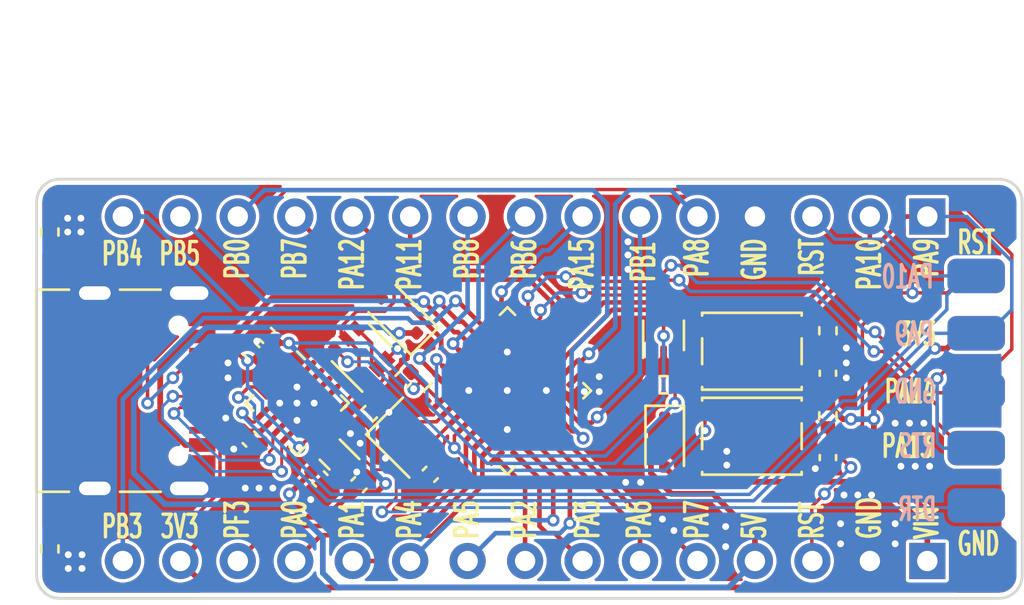
<source format=kicad_pcb>
(kicad_pcb (version 20241229) (generator "pcbnew") (generator_version "9.0")
  (layers (0 "F.Cu" signal) (2 "B.Cu" signal) (13 "F.Paste" user) (15 "B.Paste" user) (5 "F.SilkS" user "F.Silkscreen") (7 "B.SilkS" user "B.Silkscreen") (1 "F.Mask" user) (3 "B.Mask" user) (25 "Edge.Cuts" user))
  (net 0 "")
  (net 1 "+5V")
  (net 2 "VBUS")
  (net 3 "Net-(D2-A)")
  (net 4 "Net-(Q1-G)")
  (net 5 "/BOOT0")
  (net 6 "/RTS")
  (net 8 "Net-(Q2B-D)")
  (net 9 "/DTR")
  (net 10 "/NRST")
  (net 11 "GND")
  (net 12 "+3V3")
  (net 13 "/PF0")
  (net 14 "/PF1")
  (net 15 "/PF3")
  (net 16 "/PA0")
  (net 17 "/PA1")
  (net 18 "/PA2")
  (net 19 "/PA3")
  (net 20 "/PA4")
  (net 21 "/PA5")
  (net 22 "/PA6")
  (net 23 "/PA7")
  (net 24 "/PB0")
  (net 25 "/PB1")
  (net 26 "/PB2")
  (net 27 "/PA8")
  (net 28 "/PA9")
  (net 29 "/PA10")
  (net 30 "/PA11")
  (net 31 "/PA12")
  (net 32 "/PA13")
  (net 33 "/PA14")
  (net 34 "/PA15")
  (net 35 "/PB3")
  (net 36 "/PB4")
  (net 37 "/PB5")
  (net 38 "/PB6")
  (net 39 "/PB7")
  (net 40 "/PB8")
  (net 41 "Net-(U3-V3)")
  (net 42 "/USBD+")
  (net 43 "/USBD-")
  (net 49 "Net-(J1-CC1)")
  (net 51 "Net-(J1-CC2)")
  (footprint "Resistor_SMD:R_0402_1005Metric" (layer "F.Cu") (at 115.6208 66.4972 180)
    (property "Reference" "R7")
    (property "Value" "10k")
  )
  (footprint "Resistor_SMD:R_0402_1005Metric" (layer "F.Cu") (at 88.4936 73.7616 -90)
    (property "Reference" "R2")
    (property "Value" "5.1k")
  )
  (footprint "Capacitor_SMD:C_0402_1005Metric" (layer "F.Cu") (at 102.1588 70.9168 45)
    (property "Reference" "C2")
    (property "Value" "1u")
  )
  (footprint "Capacitor_SMD:C_0402_1005Metric" (layer "F.Cu") (at 102.616 67.7672 45)
    (property "Reference" "C9")
    (property "Value" "20p")
  )
  (footprint "Arduino Board:Arduino Nano" (layer "F.Cu") (at 87.9094 75.565)
    (property "Reference" "U4")
    (property "Value" "Arduino Nano")
    (fp_line (start 0 -17.145) (end 0 -0.635) (stroke (width 0.12)) (layer "Edge.Cuts"))
    (fp_line (start 1.016 -18.161) (end 42.545 -18.161) (stroke (width 0.12)) (layer "Edge.Cuts"))
    (fp_line (start 1.016 0.381) (end 42.545 0.381) (stroke (width 0.12)) (layer "Edge.Cuts"))
    (fp_line (start 43.561 -17.145) (end 43.561 -0.635) (stroke (width 0.12)) (layer "Edge.Cuts"))
    (fp_arc (start 0 -17.145) (mid 0.29758 -17.86342) (end 1.016 -18.161) (stroke (width 0.12)) (layer "Edge.Cuts"))
    (fp_arc (start 1.016 0.381) (mid 0.29758 0.08342) (end 0 -0.635) (stroke (width 0.12)) (layer "Edge.Cuts"))
    (fp_arc (start 42.545 -18.161) (mid 43.26342 -17.86342) (end 43.561 -17.145) (stroke (width 0.12)) (layer "Edge.Cuts"))
    (fp_arc (start 43.561 -0.635) (mid 43.26342 0.08342) (end 42.545 0.381) (stroke (width 0.12)) (layer "Edge.Cuts"))
  )
  (footprint "Capacitor_SMD:C_0402_1005Metric" (layer "F.Cu") (at 100.4316 70.6628 -45)
    (property "Reference" "C1")
    (property "Value" "1u")
  )
  (footprint "Package_DFN_QFN:QFN-16-1EP_3x3mm_P0.5mm_EP1.7x1.7mm" (layer "F.Cu") (at 99.425926 67.305814 -45)
    (property "Reference" "U3")
    (property "Value" "CH343P")
  )
  (footprint "Crystal:Crystal_SMD_2016-4Pin_2.0x1.6mm" (layer "F.Cu") (at 104.2416 68.834 -45)
    (property "Reference" "Y1")
    (property "Value" "24M")
  )
  (footprint "Button_Switch_SMD:SW_SPST_PTS810" (layer "F.Cu") (at 119.5246 65.0158 180)
    (property "Reference" "SW1")
    (property "Value" "SW_Push")
  )
  (footprint "Capacitor_SMD:C_0402_1005Metric" (layer "F.Cu") (at 98.0948 64.3128 135)
    (property "Reference" "C8")
    (property "Value" "1u")
  )
  (footprint "Connector_USB:USB_C_Receptacle_Palconn_UTC16-G" (layer "F.Cu") (at 92.721399 66.762 -90)
    (property "Reference" "J1")
    (property "Value" "USB_C_Receptacle_USB2.0")
  )
  (footprint "Capacitor_SMD:C_0402_1005Metric" (layer "F.Cu") (at 97.348989 68.900989 -45)
    (property "Reference" "C6")
    (property "Value" "0.1u")
  )
  (footprint "Resistor_SMD:R_0402_1005Metric" (layer "F.Cu") (at 122.8852 64.1096 -90)
    (property "Reference" "R4")
    (property "Value" "10k")
  )
  (footprint "Package_DFN_QFN:QFN-32-1EP_5x5mm_P0.5mm_EP3.1x3.1mm" (layer "F.Cu") (at 108.720847 66.762 45)
    (property "Reference" "U2")
    (property "Value" "PY32F030K2xU")
  )
  (footprint "Diode_SMD:D_SOD-323F" (layer "F.Cu") (at 115.6716 69.0372 -90)
    (property "Reference" "D2")
    (property "Value" "SS14")
  )
  (footprint "Package_DFN_QFN:UDFN-4-1EP_1x1mm_P0.65mm_EP0.48x0.48mm" (layer "F.Cu") (at 101.297247 69.798828 135)
    (property "Reference" "U1")
    (property "Value" "ME6211CxxU4AG")
  )
  (footprint "Diode_SMD:D_SOD-323F" (layer "F.Cu") (at 103.920983 63.433383 135)
    (property "Reference" "D1")
    (property "Value" "SS14")
  )
  (footprint "Button_Switch_SMD:SW_SPST_PTS810" (layer "F.Cu") (at 119.5246 68.775 180)
    (property "Reference" "SW2")
    (property "Value" "SW_Push")
  )
  (footprint "Resistor_SMD:R_0402_1005Metric" (layer "F.Cu") (at 88.4936 59.7408 90)
    (property "Reference" "R1")
    (property "Value" "5.1k")
  )
  (footprint "Resistor_SMD:R_0402_1005Metric" (layer "F.Cu") (at 122.8852 67.8708 -90)
    (property "Reference" "R3")
    (property "Value" "10k")
  )
  (footprint "Capacitor_SMD:C_0402_1005Metric" (layer "F.Cu") (at 97.418211 65.007811 135)
    (property "Reference" "C7")
    (property "Value" "1u")
  )
  (footprint "Package_TO_SOT_SMD:SOT-523" (layer "F.Cu") (at 115.6208 64.3128 90)
    (property "Reference" "Q1")
    (property "Value" "AO3401A")
  )
  (footprint "Capacitor_SMD:C_0402_1005Metric" (layer "F.Cu") (at 105.3084 70.4596 -135)
    (property "Reference" "C10")
    (property "Value" "20p")
  )
  (footprint "Capacitor_SMD:C_0402_1005Metric" (layer "F.Cu") (at 122.8852 69.7204 -90)
    (property "Reference" "C4")
    (property "Value" "1u")
  )
  (footprint "AirM2M:DAPLink-port" (layer "F.Cu") (at 129.4384 71.842 90)
    (property "Reference" "J2" (hide yes))
    (property "Value" "DAPLINK")
  )
  (footprint "Capacitor_SMD:C_0402_1005Metric" (layer "F.Cu") (at 122.8852 65.9892 -90)
    (property "Reference" "C5")
    (property "Value" "1u")
  )
  (footprint "Capacitor_SMD:C_0402_1005Metric" (layer "F.Cu") (at 104.105389 66.277811 45)
    (property "Reference" "C3")
    (property "Value" "0.1u")
  )
  (footprint "Package_TO_SOT_SMD:SOT-363_SC-70-6" (layer "F.Cu") (at 102.274171 65.134532 135)
    (property "Reference" "Q2")
    (property "Value" "2N7002DW")
  )
  (gr_text "3V3\n" (at 127.762 64.262 0) (layer "F.SilkS") (effects (font (size 1 0.6)) (justify right)))
  (gr_text "PB5" (at 94.234 60.706 0) (layer "F.SilkS") (effects (font (size 1 0.6))))
  (gr_text "GND" (at 119.634 59.944 90) (layer "F.SilkS") (effects (font (size 1 0.6)) (justify right)))
  (gr_text "PA8" (at 117.094 59.944 90) (layer "F.SilkS") (effects (font (size 1 0.6)) (justify right)))
  (gr_text "PA12" (at 101.854 59.944 90) (layer "F.SilkS") (effects (font (size 1 0.6)) (justify right)))
  (gr_text "PB7" (at 99.314 59.944 90) (layer "F.SilkS") (effects (font (size 1 0.6)) (justify right)))
  (gr_text "PB1" (at 114.7318 60.071 90) (layer "F.SilkS") (effects (font (size 1 0.6)) (justify right)))
  (gr_text "PA6" (at 114.554 73.406 90) (layer "F.SilkS") (effects (font (size 1 0.6)) (justify left)))
  (gr_text "PB0" (at 96.774 59.944 90) (layer "F.SilkS") (effects (font (size 1 0.6)) (justify right)))
  (gr_text "GND" (at 124.714 73.406 90) (layer "F.SilkS") (effects (font (size 1 0.6)) (justify left)))
  (gr_text "5V" (at 119.634 73.406 90) (layer "F.SilkS") (effects (font (size 1 0.6)) (justify left)))
  (gr_text "PA0" (at 99.314 73.406 90) (layer "F.SilkS") (effects (font (size 1 0.6)) (justify left)))
  (gr_text "PB8" (at 106.934 59.944 90) (layer "F.SilkS") (effects (font (size 1 0.6)) (justify right)))
  (gr_text "PA5" (at 106.934 73.406 90) (layer "F.SilkS") (effects (font (size 1 0.6)) (justify left)))
  (gr_text "PA14\n" (at 127.762 66.802 0) (layer "F.SilkS") (effects (font (size 1 0.6)) (justify right)))
  (gr_text "PB6" (at 109.474 59.944 90) (layer "F.SilkS") (effects (font (size 1 0.6)) (justify right)))
  (gr_text "PA9" (at 127.254 59.944 90) (layer "F.SilkS") (effects (font (size 1 0.6)) (justify right)))
  (gr_text "GND" (at 129.54 73.533 0) (layer "F.SilkS") (effects (font (size 1 0.6))))
  (gr_text "RST" (at 128.524 60.198 0) (layer "F.SilkS") (effects (font (size 1 0.6)) (justify left)))
  (gr_text "PA15" (at 112.014 59.944 90) (layer "F.SilkS") (effects (font (size 1 0.6)) (justify right)))
  (gr_text "RST" (at 122.174 59.944 90) (layer "F.SilkS") (effects (font (size 1 0.6)) (justify right)))
  (gr_text "RST" (at 122.174 73.406 90) (layer "F.SilkS") (effects (font (size 1 0.6)) (justify left)))
  (gr_text "PA2" (at 109.474 73.406 90) (layer "F.SilkS") (effects (font (size 1 0.6)) (justify left)))
  (gr_text "PA11" (at 104.394 59.944 90) (layer "F.SilkS") (effects (font (size 1 0.6)) (justify right)))
  (gr_text "PA13" (at 127.635 69.215 0) (layer "F.SilkS") (effects (font (size 1 0.6)) (justify right)))
  (gr_text "PA7" (at 117.094 73.406 90) (layer "F.SilkS") (effects (font (size 1 0.6)) (justify left)))
  (gr_text "PA4" (at 104.394 73.406 90) (layer "F.SilkS") (effects (font (size 1 0.6)) (justify left)))
  (gr_text "PF3" (at 96.774 73.406 90) (layer "F.SilkS") (effects (font (size 1 0.6)) (justify left)))
  (gr_text "PA3" (at 112.268 73.406 90) (layer "F.SilkS") (effects (font (size 1 0.6)) (justify left)))
  (gr_text "VIN" (at 127.254 73.406 90) (layer "F.SilkS") (effects (font (size 1 0.6)) (justify left)))
  (gr_text "3V3" (at 94.234 72.771 0) (layer "F.SilkS") (effects (font (size 1 0.6))))
  (gr_text "PA10" (at 124.714 59.944 90) (layer "F.SilkS") (effects (font (size 1 0.6)) (justify right)))
  (gr_text "PB4" (at 91.694 60.706 0) (layer "F.SilkS") (effects (font (size 1 0.6))))
  (gr_text "PA1" (at 101.854 73.406 90) (layer "F.SilkS") (effects (font (size 1 0.6)) (justify left)))
  (gr_text "PB3" (at 91.694 72.771 0) (layer "F.SilkS") (effects (font (size 1 0.6))))
  (gr_text "PA9" (at 127.635 64.262 0) (layer "B.SilkS") (effects (font (size 1 0.6)) (justify left mirror)))
  (gr_text "DTR" (at 127.762 72.009 0) (layer "B.SilkS") (effects (font (size 1 0.6)) (justify left mirror)))
  (gr_text "GND" (at 127.762 66.802 0) (layer "B.SilkS") (effects (font (size 1 0.6)) (justify left mirror)))
  (gr_text "RTS" (at 127.762 69.215 0) (layer "B.SilkS") (effects (font (size 1 0.6)) (justify left mirror)))
  (gr_text "PA10" (at 127.635 61.722 0) (layer "B.SilkS") (effects (font (size 1 0.6)) (justify left mirror)))
  (segment (start 117.8052 71.3232) (end 119.6594 73.1774) (width 0.254) (layer "F.Cu") (net 1))
  (segment (start 115.6716 67.9372) (end 115.062 68.5468) (width 0.254) (layer "F.Cu") (net 1))
  (segment (start 100.920894 69.187181) (end 101.145219 69.187181) (width 0.254) (layer "F.Cu") (net 1))
  (segment (start 115.9764 71.3232) (end 117.8052 71.3232) (width 0.254) (layer "F.Cu") (net 1))
  (segment (start 115.062 68.5468) (end 115.062 70.4088) (width 0.254) (layer "F.Cu") (net 1))
  (segment (start 115.062 70.4088) (end 115.9764 71.3232) (width 0.254) (layer "F.Cu") (net 1))
  (segment (start 99.219378 71.1962) (end 100.092189 70.323389) (width 0.254) (layer "F.Cu") (net 1))
  (segment (start 99.2124 71.1962) (end 99.219378 71.1962) (width 0.254) (layer "F.Cu") (net 1))
  (segment (start 100.6856 69.422475) (end 100.920894 69.187181) (width 0.254) (layer "F.Cu") (net 1))
  (segment (start 103.943728 64.2112) (end 104.6988 64.2112) (width 0.254) (layer "F.Cu") (net 1))
  (segment (start 119.6594 73.1774) (end 119.6594 74.295) (width 0.254) (layer "F.Cu") (net 1))
  (segment (start 100.092189 70.240211) (end 100.6856 69.6468) (width 0.254) (layer "F.Cu") (net 1))
  (segment (start 100.6856 69.6468) (end 100.6856 69.422475) (width 0.254) (layer "F.Cu") (net 1))
  (segment (start 99.0854 71.3232) (end 99.2124 71.1962) (width 0.254) (layer "F.Cu") (net 1))
  (segment (start 103.93921 64.215718) (end 103.943728 64.2112) (width 0.254) (layer "F.Cu") (net 1))
  (via (at 103.93921 64.215718) (size 0.5588) (drill 0.3048) (layers "F.Cu" "B.Cu") (net 1))
  (via (at 99.0854 71.3232) (size 0.5588) (drill 0.3048) (layers "F.Cu" "B.Cu") (net 1))
  (segment (start 99.0854 71.3232) (end 99.0854 71.7804) (width 0.254) (layer "B.Cu") (net 1))
  (segment (start 100.5586 73.2536) (end 99.091 71.786) (width 0.254) (layer "B.Cu") (net 1))
  (segment (start 103.5304 64.2112) (end 103.2764 63.9572) (width 0.254) (layer "B.Cu") (net 1))
  (segment (start 103.934692 64.2112) (end 103.5304 64.2112) (width 0.254) (layer "B.Cu") (net 1))
  (segment (start 103.93921 64.215718) (end 103.934692 64.2112) (width 0.254) (layer "B.Cu") (net 1))
  (segment (start 95.397294 63.9572) (end 92.202 67.152494) (width 0.254) (layer "B.Cu") (net 1))
  (segment (start 101.1936 75.4634) (end 100.5586 74.8284) (width 0.254) (layer "B.Cu") (net 1))
  (segment (start 93.5792 71.786) (end 99.0798 71.786) (width 0.254) (layer "B.Cu") (net 1))
  (segment (start 118.491 75.4634) (end 101.1936 75.4634) (width 0.254) (layer "B.Cu") (net 1))
  (segment (start 119.6594 74.295) (end 118.491 75.4634) (width 0.254) (layer "B.Cu") (net 1))
  (segment (start 100.5586 74.8284) (end 100.5586 73.2536) (width 0.254) (layer "B.Cu") (net 1))
  (segment (start 92.202 70.4088) (end 93.5792 71.786) (width 0.254) (layer "B.Cu") (net 1))
  (segment (start 92.202 67.152494) (end 92.202 70.4088) (width 0.254) (layer "B.Cu") (net 1))
  (segment (start 99.091 71.786) (end 99.0798 71.786) (width 0.254) (layer "B.Cu") (net 1))
  (segment (start 103.2764 63.9572) (end 95.397294 63.9572) (width 0.254) (layer "B.Cu") (net 1))
  (segment (start 99.0854 71.7804) (end 99.0798 71.786) (width 0.254) (layer "B.Cu") (net 1))
  (segment (start 98.215006 66.448447) (end 97.757622 65.991063) (width 0.1524) (layer "F.Cu") (net 2))
  (segment (start 97.757622 65.347222) (end 97.031848 65.347222) (width 0.1524) (layer "F.Cu") (net 2))
  (segment (start 96.4184 64.733774) (end 96.4184 64.362) (width 0.1524) (layer "F.Cu") (net 2))
  (segment (start 97.031848 65.347222) (end 96.4184 64.733774) (width 0.1524) (layer "F.Cu") (net 2))
  (segment (start 93.3704 68.049142) (end 93.3704 65.634999) (width 0.254) (layer "F.Cu") (net 2))
  (segment (start 99.912712 68.870288) (end 99.92974 68.870288) (width 0.1524) (layer "F.Cu") (net 2))
  (segment (start 99.51555 69.26745) (end 99.912712 68.870288) (width 0.1524) (layer "F.Cu") (net 2))
  (segment (start 94.483258 69.162) (end 93.3704 68.049142) (width 0.254) (layer "F.Cu") (net 2))
  (segment (start 94.643399 64.362) (end 95.231399 64.362) (width 0.254) (layer "F.Cu") (net 2))
  (segment (start 96.4184 64.362) (end 96.611588 64.362) (width 0.254) (layer "F.Cu") (net 2))
  (segment (start 97.757622 65.991063) (end 97.757622 65.347222) (width 0.1524) (layer "F.Cu") (net 2))
  (segment (start 96.611588 64.362) (end 98.318022 62.655566) (width 0.254) (layer "F.Cu") (net 2))
  (segment (start 93.3704 65.634999) (end 94.643399 64.362) (width 0.254) (layer "F.Cu") (net 2))
  (segment (start 98.318022 62.655566) (end 103.143166 62.655566) (width 0.254) (layer "F.Cu") (net 2))
  (segment (start 95.231399 64.362) (end 96.4184 64.362) (width 0.254) (layer "F.Cu") (net 2))
  (segment (start 95.231399 69.162) (end 94.483258 69.162) (width 0.254) (layer "F.Cu") (net 2))
  (via (at 99.51555 69.26745) (size 0.5588) (drill 0.3048) (layers "F.Cu" "B.Cu") (net 2))
  (via (at 97.2312 65.4304) (size 0.5588) (drill 0.3048) (layers "F.Cu" "B.Cu") (net 2))
  (segment (start 97.8916 67.2338) (end 97.2312 66.5734) (width 0.1524) (layer "B.Cu") (net 2))
  (segment (start 97.8916 67.6435) (end 97.8916 67.2338) (width 0.1524) (layer "B.Cu") (net 2))
  (segment (start 99.51555 69.26745) (end 97.8916 67.6435) (width 0.1524) (layer "B.Cu") (net 2))
  (segment (start 97.2312 66.5734) (end 97.2312 65.4304) (width 0.1524) (layer "B.Cu") (net 2))
  (segment (start 125.1966 70.7898) (end 127.2794 72.8726) (width 0.254) (layer "F.Cu") (net 3))
  (segment (start 116.3242 70.7898) (end 125.1966 70.7898) (width 0.254) (layer "F.Cu") (net 3))
  (segment (start 115.6716 70.1372) (end 116.3242 70.7898) (width 0.254) (layer "F.Cu") (net 3))
  (segment (start 127.2794 72.8726) (end 127.2794 74.295) (width 0.254) (layer "F.Cu") (net 3))
  (segment (start 115.1208 66.4872) (end 115.1208 64.9578) (width 0.1524) (layer "F.Cu") (net 4))
  (segment (start 121.7258 63.9408) (end 122.4046 64.6196) (width 0.1524) (layer "F.Cu") (net 5))
  (segment (start 122.4046 64.6196) (end 122.8852 64.6196) (width 0.1524) (layer "F.Cu") (net 5))
  (segment (start 105.582675 65.391595) (end 105.582675 65.380281) (width 0.1524) (layer "F.Cu") (net 5))
  (segment (start 115.6208 63.6678) (end 116.449 63.6678) (width 0.1524) (layer "F.Cu") (net 5))
  (segment (start 121.5996 63.9408) (end 121.7258 63.9408) (width 0.1524) (layer "F.Cu") (net 5))
  (segment (start 115.6208 64.3382) (end 115.6208 63.6678) (width 0.1524) (layer "F.Cu") (net 5))
  (segment (start 116.449 63.6678) (end 116.722 63.9408) (width 0.1524) (layer "F.Cu") (net 5))
  (segment (start 106.113391 65.922311) (end 105.582675 65.391595) (width 0.1524) (layer "F.Cu") (net 5))
  (segment (start 122.8852 64.6196) (end 122.8852 65.5092) (width 0.1524) (layer "F.Cu") (net 5))
  (segment (start 117.4496 63.9408) (end 121.5996 63.9408) (width 0.1524) (layer "F.Cu") (net 5))
  (segment (start 116.722 63.9408) (end 117.4496 63.9408) (width 0.1524) (layer "F.Cu") (net 5))
  (via (at 115.6208 64.3382) (size 0.5588) (drill 0.3048) (layers "F.Cu" "B.Cu") (net 5))
  (via (at 105.582675 65.380281) (size 0.5588) (drill 0.3048) (layers "F.Cu" "B.Cu") (net 5))
  (segment (start 115.6208 64.3382) (end 115.6208 67.0814) (width 0.1524) (layer "B.Cu") (net 5))
  (segment (start 108.0008 69.6468) (end 105.582675 67.228675) (width 0.1524) (layer "B.Cu") (net 5))
  (segment (start 113.0554 69.6468) (end 108.0008 69.6468) (width 0.1524) (layer "B.Cu") (net 5))
  (segment (start 105.582675 67.228675) (end 105.582675 65.380281) (width 0.1524) (layer "B.Cu") (net 5))
  (segment (start 115.6208 67.0814) (end 113.0554 69.6468) (width 0.1524) (layer "B.Cu") (net 5))
  (segment (start 103.3018 63.246) (end 102.0572 63.246) (width 0.1524) (layer "F.Cu") (net 6))
  (segment (start 100.9904 66.802) (end 101.854 65.9384) (width 0.1524) (layer "F.Cu") (net 6))
  (segment (start 102.486303 66.265903) (end 102.1588 65.9384) (width 0.1524) (layer "F.Cu") (net 6))
  (segment (start 127.70955 66.21945) (end 128.397 65.532) (width 0.1524) (layer "F.Cu") (net 6))
  (segment (start 98.9584 57.8612) (end 98.2218 58.5978) (width 0.1524) (layer "F.Cu") (net 6))
  (segment (start 128.143 57.8612) (end 98.9584 57.8612) (width 0.1524) (layer "F.Cu") (net 6))
  (segment (start 131.0132 64.9224) (end 131.0132 60.7314) (width 0.1524) (layer "F.Cu") (net 6))
  (segment (start 128.397 65.532) (end 130.4036 65.532) (width 0.1524) (layer "F.Cu") (net 6))
  (segment (start 103.7082 62.4586) (end 103.7082 62.8396) (width 0.1524) (layer "F.Cu") (net 6))
  (segment (start 101.37261 63.93059) (end 101.37261 64.232971) (width 0.1524) (layer "F.Cu") (net 6))
  (segment (start 102.1588 65.019161) (end 101.60242 64.462781) (width 0.1524) (layer "F.Cu") (net 6))
  (segment (start 98.2218 59.5376) (end 99.5172 60.833) (width 0.1524) (layer "F.Cu") (net 6))
  (segment (start 102.1588 65.9384) (end 102.1588 65.019161) (width 0.1524) (layer "F.Cu") (net 6))
  (segment (start 130.4036 65.532) (end 131.0132 64.9224) (width 0.1524) (layer "F.Cu") (net 6))
  (segment (start 101.854 65.9384) (end 102.1588 65.9384) (width 0.1524) (layer "F.Cu") (net 6))
  (segment (start 103.7082 62.8396) (end 103.3018 63.246) (width 0.1524) (layer "F.Cu") (net 6))
  (segment (start 99.5172 60.833) (end 102.0826 60.833) (width 0.1524) (layer "F.Cu") (net 6))
  (segment (start 131.0132 60.7314) (end 128.143 57.8612) (width 0.1524) (layer "F.Cu") (net 6))
  (segment (start 98.2218 58.5978) (end 98.2218 59.5376) (width 0.1524) (layer "F.Cu") (net 6))
  (segment (start 102.0826 60.833) (end 103.7082 62.4586) (width 0.1524) (layer "F.Cu") (net 6))
  (segment (start 101.37261 64.232971) (end 101.60242 64.462781) (width 0.1524) (layer "F.Cu") (net 6))
  (segment (start 102.0572 63.246) (end 101.37261 63.93059) (width 0.1524) (layer "F.Cu") (net 6))
  (via (at 127.70955 66.21945) (size 0.5588) (drill 0.3048) (layers "F.Cu" "B.Cu") (net 6))
  (segment (start 127.9652 69.302) (end 129.4384 69.302) (width 0.1524) (layer "B.Cu") (net 6))
  (segment (start 127.7112 69.048) (end 127.9652 69.302) (width 0.1524) (layer "B.Cu") (net 6))
  (segment (start 127.70955 66.21945) (end 127.7112 66.2211) (width 0.1524) (layer "B.Cu") (net 6))
  (segment (start 127.7112 66.2211) (end 127.7112 69.048) (width 0.1524) (layer "B.Cu") (net 6))
  (segment (start 103.410936 65.346664) (end 103.405542 65.346664) (width 0.1524) (layer "F.Cu") (net 8))
  (segment (start 116.1288 67.31) (end 116.1288 66.4992) (width 0.1524) (layer "F.Cu") (net 8))
  (segment (start 103.8606 64.897) (end 103.410936 65.346664) (width 0.1524) (layer "F.Cu") (net 8))
  (via (at 116.1288 67.31) (size 0.5588) (drill 0.3048) (layers "F.Cu" "B.Cu") (net 8))
  (via (at 103.8606 64.897) (size 0.5588) (drill 0.3048) (layers "F.Cu" "B.Cu") (net 8))
  (segment (start 104.14 65.4558) (end 105.156 66.4718) (width 0.1524) (layer "B.Cu") (net 8))
  (segment (start 103.8606 64.897) (end 104.14 65.1764) (width 0.1524) (layer "B.Cu") (net 8))
  (segment (start 113.4618 69.977) (end 116.1288 67.31) (width 0.1524) (layer "B.Cu") (net 8))
  (segment (start 104.14 65.1764) (end 104.14 65.4558) (width 0.1524) (layer "B.Cu") (net 8))
  (segment (start 105.156 66.4718) (end 105.156 67.31) (width 0.1524) (layer "B.Cu") (net 8))
  (segment (start 107.823 69.977) (end 113.4618 69.977) (width 0.1524) (layer "B.Cu") (net 8))
  (segment (start 105.156 67.31) (end 107.823 69.977) (width 0.1524) (layer "B.Cu") (net 8))
  (segment (start 103.4288 70.2564) (end 102.84261 70.2564) (width 0.127) (layer "F.Cu") (net 9))
  (segment (start 101.998028 66.802) (end 102.452188 66.802) (width 0.1524) (layer "F.Cu") (net 9))
  (segment (start 102.490522 66.840334) (end 102.65886 66.840334) (width 0.1524) (layer "F.Cu") (net 9))
  (segment (start 103.803156 70.630756) (end 103.4288 70.2564) (width 0.127) (layer "F.Cu") (net 9))
  (segment (start 102.716112 65.576473) (end 102.716112 64.657234) (width 0.1524) (layer "F.Cu") (net 9))
  (segment (start 103.2256 66.273594) (end 103.2256 66.085961) (width 0.1524) (layer "F.Cu") (net 9))
  (segment (start 101.2952 68.853018) (end 101.2952 68.114428) (width 0.127) (layer "F.Cu") (net 9))
  (segment (start 102.452188 66.802) (end 102.490522 66.840334) (width 0.1524) (layer "F.Cu") (net 9))
  (segment (start 102.076282 69.6341) (end 101.2952 68.853018) (width 0.127) (layer "F.Cu") (net 9))
  (segment (start 103.2256 66.085961) (end 102.945922 65.806283) (width 0.1524) (layer "F.Cu") (net 9))
  (segment (start 103.803156 71.495022) (end 103.803156 70.630756) (width 0.127) (layer "F.Cu") (net 9))
  (segment (start 101.2952 68.114428) (end 100.9904 67.809628) (width 0.127) (layer "F.Cu") (net 9))
  (segment (start 102.22031 69.6341) (end 102.076282 69.6341) (width 0.127) (layer "F.Cu") (net 9))
  (segment (start 102.716112 64.657234) (end 102.062039 64.003161) (width 0.1524) (layer "F.Cu") (net 9))
  (segment (start 102.65886 66.840334) (end 103.2256 66.273594) (width 0.1524) (layer "F.Cu") (net 9))
  (segment (start 102.84261 70.2564) (end 102.22031 69.6341) (width 0.127) (layer "F.Cu") (net 9))
  (segment (start 100.9904 67.809628) (end 101.998028 66.802) (width 0.1524) (layer "F.Cu") (net 9))
  (segment (start 103.1748 72.123378) (end 103.803156 71.495022) (width 0.127) (layer "F.Cu") (net 9))
  (segment (start 102.945922 65.806283) (end 102.716112 65.576473) (width 0.1524) (layer "F.Cu") (net 9))
  (via (at 103.1748 72.123378) (size 0.5588) (drill 0.3048) (layers "F.Cu" "B.Cu") (net 9))
  (segment (start 104.3686 71.9328) (end 129.3476 71.9328) (width 0.127) (layer "B.Cu") (net 9))
  (segment (start 104.178022 72.123378) (end 104.3686 71.9328) (width 0.127) (layer "B.Cu") (net 9))
  (segment (start 103.1748 72.123378) (end 104.178022 72.123378) (width 0.127) (layer "B.Cu") (net 9))
  (segment (start 128.9196 61.682) (end 129.4384 61.682) (width 0.1524) (layer "F.Cu") (net 10))
  (segment (start 123.9012 70.1548) (end 122.9868 69.2404) (width 0.1524) (layer "F.Cu") (net 10))
  (segment (start 122.174 74.2696) (end 122.174 71.882) (width 0.1524) (layer "F.Cu") (net 10))
  (segment (start 122.8852 68.3808) (end 122.8852 69.2404) (width 0.1524) (layer "F.Cu") (net 10))
  (segment (start 122.1994 74.295) (end 122.174 74.2696) (width 0.1524) (layer "F.Cu") (net 10))
  (segment (start 121.5996 67.7) (end 122.2044 67.7) (width 0.1524) (layer "F.Cu") (net 10))
  (segment (start 126.619 62.4332) (end 125.8316 62.4332) (width 0.1524) (layer "F.Cu") (net 10))
  (segment (start 122.9868 69.2404) (end 122.8852 69.2404) (width 0.1524) (layer "F.Cu") (net 10))
  (segment (start 125.8316 62.4332) (end 124.4092 63.8556) (width 0.1524) (layer "F.Cu") (net 10))
  (segment (start 106.820498 68.308796) (end 106.3752 68.754094) (width 0.1524) (layer "F.Cu") (net 10))
  (segment (start 124.4092 63.8556) (end 124.4092 68.2752) (width 0.1524) (layer "F.Cu") (net 10))
  (segment (start 117.4496 67.7) (end 121.5996 67.7) (width 0.1524) (layer "F.Cu") (net 10))
  (segment (start 106.3752 68.754094) (end 106.3752 69.2912) (width 0.1524) (layer "F.Cu") (net 10))
  (segment (start 117.4496 67.7) (end 117.4496 68.5292) (width 0.1524) (layer "F.Cu") (net 10))
  (segment (start 101.1428 64.9732) (end 101.6508 65.4812) (width 0.127) (layer "F.Cu") (net 10))
  (segment (start 122.2044 67.7) (end 122.8852 68.3808) (width 0.1524) (layer "F.Cu") (net 10))
  (segment (start 124.4092 68.2752) (end 124.1552 68.5292) (width 0.1524) (layer "F.Cu") (net 10))
  (segment (start 122.174 71.882) (end 122.7328 71.3232) (width 0.1524) (layer "F.Cu") (net 10))
  (segment (start 124.1552 68.5292) (end 123.0336 68.5292) (width 0.1524) (layer "F.Cu") (net 10))
  (segment (start 126.619 62.4332) (end 128.1684 62.4332) (width 0.1524) (layer "F.Cu") (net 10))
  (segment (start 128.1684 62.4332) (end 128.9196 61.682) (width 0.1524) (layer "F.Cu") (net 10))
  (via (at 106.3752 69.2912) (size 0.5588) (drill 0.3048) (layers "F.Cu" "B.Cu") (net 10))
  (via (at 122.7328 71.3232) (size 0.5588) (drill 0.3048) (layers "F.Cu" "B.Cu") (net 10))
  (via (at 101.6508 65.4812) (size 0.5588) (drill 0.3048) (layers "F.Cu" "B.Cu") (net 10))
  (via (at 126.619 62.4332) (size 0.5588) (drill 0.3048) (layers "F.Cu" "B.Cu") (net 10))
  (via (at 117.4496 68.5292) (size 0.5588) (drill 0.3048) (layers "F.Cu" "B.Cu") (net 10))
  (via (at 123.9012 70.1548) (size 0.5588) (drill 0.3048) (layers "F.Cu" "B.Cu") (net 10))
  (segment (start 101.6508 65.4812) (end 102.5652 65.4812) (width 0.127) (layer "B.Cu") (net 10))
  (segment (start 102.5652 65.4812) (end 106.3752 69.2912) (width 0.127) (layer "B.Cu") (net 10))
  (segment (start 117.4496 68.5292) (end 115.697 70.2818) (width 0.1524) (layer "B.Cu") (net 10))
  (segment (start 126.619 62.4332) (end 126.619 61.3918) (width 0.1524) (layer "B.Cu") (net 10))
  (segment (start 115.697 70.2818) (end 107.3658 70.2818) (width 0.1524) (layer "B.Cu") (net 10))
  (segment (start 107.3658 70.2818) (end 106.3752 69.2912) (width 0.1524) (layer "B.Cu") (net 10))
  (segment (start 123.2026 60.0582) (end 122.1994 59.055) (width 0.1524) (layer "B.Cu") (net 10))
  (segment (start 125.2854 60.0582) (end 123.2026 60.0582) (width 0.1524) (layer "B.Cu") (net 10))
  (segment (start 122.7328 71.3232) (end 123.9012 70.1548) (width 0.1524) (layer "B.Cu") (net 10))
  (segment (start 126.619 61.3918) (end 125.2854 60.0582) (width 0.1524) (layer "B.Cu") (net 10))
  (segment (start 103.765978 66.617222) (end 103.4669 66.9163) (width 0.254) (layer "F.Cu") (net 11))
  (segment (start 103.4669 66.9163) (end 103.4669 66.967099) (width 0.254) (layer "F.Cu") (net 11))
  (via (at 99.4156 68.072) (size 0.5588) (drill 0.3048) (layers "F.Cu" "B.Cu") (net 11))
  (via (at 118.4148 69.4436) (size 0.5588) (drill 0.3048) (layers "F.Cu" "B.Cu") (net 11))
  (via (at 114.046 60.7568) (size 0.5588) (drill 0.3048) (layers "F.Cu" "B.Cu") (net 11))
  (via (at 89.281 59.7408) (size 0.5588) (drill 0.3048) (layers "F.Cu" "B.Cu") (net 11))
  (via (at 112.776 66.1416) (size 0.5588) (drill 0.3048) (layers "F.Cu" "B.Cu") (net 11))
  (via (at 100.1776 67.31) (size 0.5588) (drill 0.3048) (layers "F.Cu" "B.Cu") (net 11))
  (via (at 89.3064 74.0156) (size 0.5588) (drill 0.3048) (layers "F.Cu" "B.Cu") (net 11))
  (via (at 89.916 74.0156) (size 0.5588) (drill 0.3048) (layers "F.Cu" "B.Cu") (net 11))
  (via (at 115.57 72.4408) (size 0.5588) (drill 0.3048) (layers "F.Cu" "B.Cu") (net 11))
  (via (at 127.381 70.104) (size 0.5588) (drill 0.3048) (layers "F.Cu" "B.Cu") (net 11))
  (via (at 123.444 73.533) (size 0.5588) (drill 0.3048) (layers "F.Cu" "B.Cu") (net 11))
  (via (at 99.4156 67.31) (size 0.5588) (drill 0.3048) (layers "F.Cu" "B.Cu") (net 11))
  (via (at 127.127 68.199) (size 0.5588) (drill 0.3048) (layers "F.Cu" "B.Cu") (net 11))
  (via (at 124.8156 71.374) (size 0.5588) (drill 0.3048) (layers "F.Cu" "B.Cu") (net 11))
  (via (at 102.2096 69.088) (size 0.5588) (drill 0.3048) (layers "F.Cu" "B.Cu") (net 11))
  (via (at 125.857 68.199) (size 0.5588) (drill 0.3048) (layers "F.Cu" "B.Cu") (net 11))
  (via (at 125.857 72.644) (size 0.5588) (drill 0.3048) (layers "F.Cu" "B.Cu") (net 11))
  (via (at 107.0102 66.7512) (size 0.5588) (drill 0.3048) (layers "F.Cu" "B.Cu") (net 11))
  (via (at 122.3264 70.2056) (size 0.5588) (drill 0.3048) (layers "F.Cu" "B.Cu") (net 11))
  (via (at 97.6376 64.5668) (size 0.5588) (drill 0.3048) (layers "F.Cu" "B.Cu") (net 11))
  (via (at 123.5964 71.374) (size 0.5588) (drill 0.3048) (layers "F.Cu" "B.Cu") (net 11))
  (via (at 114.046 61.3918) (size 0.5588) (drill 0.3048) (layers "F.Cu" "B.Cu") (net 11))
  (via (at 110.4392 66.7512) (size 0.5588) (drill 0.3048) (layers "F.Cu" "B.Cu") (net 11))
  (via (at 112.1156 66.802) (size 0.5588) (drill 0.3048) (layers "F.Cu" "B.Cu") (net 11))
  (via (at 103.3272 69.7484) (size 0.5588) (drill 0.3048) (layers "F.Cu" "B.Cu") (net 11))
  (via (at 98.6536 67.31) (size 0.5588) (drill 0.3048) (layers "F.Cu" "B.Cu") (net 11))
  (via (at 103.4796 67.7164) (size 0.5588) (drill 0.3048) (layers "F.Cu" "B.Cu") (net 11))
  (via (at 100.0252 71.5772) (size 0.5588) (drill 0.3048) (layers "F.Cu" "B.Cu") (net 11))
  (via (at 97.1296 71.0692) (size 0.5588) (drill 0.3048) (layers "F.Cu" "B.Cu") (net 11))
  (via (at 99.4156 66.5988) (size 0.5588) (drill 0.3048) (layers "F.Cu" "B.Cu") (net 11))
  (via (at 113.9444 70.8152) (size 0.5588) (drill 0.3048) (layers "F.Cu" "B.Cu") (net 11))
  (via (at 98.3488 71.0692) (size 0.5588) (drill 0.3048) (layers "F.Cu" "B.Cu") (net 11))
  (via (at 118.364 72.771) (size 0.5588) (drill 0.3048) (layers "F.Cu" "B.Cu") (net 11))
  (via (at 96.3676 66.1924) (size 0.5588) (drill 0.3048) (layers "F.Cu" "B.Cu") (net 11))
  (via (at 116.078 72.9488) (size 0.5588) (drill 0.3048) (layers "F.Cu" "B.Cu") (net 11))
  (via (at 114.046 60.1726) (size 0.5588) (drill 0.3048) (layers "F.Cu" "B.Cu") (net 11))
  (via (at 118.364 73.66) (size 0.5588) (drill 0.3048) (layers "F.Cu" "B.Cu") (net 11))
  (via (at 89.8652 59.1312) (size 0.5588) (drill 0.3048) (layers "F.Cu" "B.Cu") (net 11))
  (via (at 108.712 66.7512) (size 0.5588) (drill 0.3048) (layers "F.Cu" "B.Cu") (net 11))
  (via (at 118.4148 70.0532) (size 0.5588) (drill 0.3048) (layers "F.Cu" "B.Cu") (net 11))
  (via (at 124.206 71.374) (size 0.5588) (drill 0.3048) (layers "F.Cu" "B.Cu") (net 11))
  (via (at 123.698 65.532) (size 0.5588) (drill 0.3048) (layers "F.Cu" "B.Cu") (net 11))
  (via (at 97.7392 71.0692) (size 0.5588) (drill 0.3048) (layers "F.Cu" "B.Cu") (net 11))
  (via (at 108.712 65.0494) (size 0.5588) (drill 0.3048) (layers "F.Cu" "B.Cu") (net 11))
  (via (at 123.698 64.8716) (size 0.5588) (drill 0.3048) (layers "F.Cu" "B.Cu") (net 11))
  (via (at 126.746 70.104) (size 0.5588) (drill 0.3048) (layers "F.Cu" "B.Cu") (net 11))
  (via (at 123.698 66.1924) (size 0.5588) (drill 0.3048) (layers "F.Cu" "B.Cu") (net 11))
  (via (at 96.3676 65.532) (size 0.5588) (drill 0.3048) (layers "F.Cu" "B.Cu") (net 11))
  (via (at 89.3064 74.6252) (size 0.5588) (drill 0.3048) (layers "F.Cu" "B.Cu") (net 11))
  (via (at 89.916 74.6252) (size 0.5588) (drill 0.3048) (layers "F.Cu" "B.Cu") (net 11))
  (via (at 126.111 70.104) (size 0.5588) (drill 0.3048) (layers "F.Cu" "B.Cu") (net 11))
  (via (at 96.621598 69.342) (size 0.5588) (drill 0.3048) (layers "F.Cu" "B.Cu") (net 11))
  (via (at 102.0572 70.358) (size 0.5588) (drill 0.3048) (layers "F.Cu" "B.Cu") (net 11))
  (via (at 101.7778 68.6562) (size 0.5588) (drill 0.3048) (layers "F.Cu" "B.Cu") (net 11))
  (via (at 89.281 59.1312) (size 0.5588) (drill 0.3048) (layers "F.Cu" "B.Cu") (net 11))
  (via (at 96.266 67.9704) (size 0.5588) (drill 0.3048) (layers "F.Cu" "B.Cu") (net 11))
  (via (at 125.857 73.533) (size 0.5588) (drill 0.3048) (layers "F.Cu" "B.Cu") (net 11))
  (via (at 123.444 72.644) (size 0.5588) (drill 0.3048) (layers "F.Cu" "B.Cu") (net 11))
  (via (at 89.8652 59.7408) (size 0.5588) (drill 0.3048) (layers "F.Cu" "B.Cu") (net 11))
  (via (at 126.492 68.199) (size 0.5588) (drill 0.3048) (layers "F.Cu" "B.Cu") (net 11))
  (via (at 112.776 66.802) (size 0.5588) (drill 0.3048) (layers "F.Cu" "B.Cu") (net 11))
  (via (at 114.6048 70.8152) (size 0.5588) (drill 0.3048) (layers "F.Cu" "B.Cu") (net 11))
  (via (at 108.712 68.4784) (size 0.5588) (drill 0.3048) (layers "F.Cu" "B.Cu") (net 11))
  (segment (start 98.434211 65.253439) (end 98.922112 65.74134) (width 0.254) (layer "F.Cu") (net 12))
  (segment (start 104.881901 66.3702) (end 105.759837 67.248136) (width 0.1524) (layer "F.Cu") (net 12))
  (segment (start 95.4278 75.4634) (end 128.2954 75.4634) (width 0.254) (layer "F.Cu") (net 12))
  (segment (start 129.4384 64.222) (end 129.0212 64.222) (width 0.254) (layer "F.Cu") (net 12))
  (segment (start 104.8766 66.3702) (end 104.4448 65.9384) (width 0.1524) (layer "F.Cu") (net 12))
  (segment (start 101.819389 71.256211) (end 102.943039 71.256211) (width 0.254) (layer "F.Cu") (net 12))
  (segment (start 128.2954 75.4634) (end 128.524 75.2348) (width 0.254) (layer "F.Cu") (net 12))
  (segment (start 117.2464 66.0908) (end 117.4496 66.0908) (width 0.254) (layer "F.Cu") (net 12))
  (segment (start 101.449275 70.410475) (end 101.449275 70.886097) (width 0.254) (layer "F.Cu") (net 12))
  (segment (start 101.449275 70.886097) (end 101.819389 71.256211) (width 0.254) (layer "F.Cu") (net 12))
  (segment (start 101.819389 71.256211) (end 100.7364 72.3392) (width 0.254) (layer "F.Cu") (net 12))
  (segment (start 100.7364 72.3392) (end 96.2152 72.3392) (width 0.254) (layer "F.Cu") (net 12))
  (segment (start 122.8852 67.3608) (end 123.5456 68.0212) (width 0.254) (layer "F.Cu") (net 12))
  (segment (start 98.434211 64.652211) (end 98.434211 65.253439) (width 0.254) (layer "F.Cu") (net 12))
  (segment (start 121.6152 66.0908) (end 122.8852 67.3608) (width 0.254) (layer "F.Cu") (net 12))
  (segment (start 128.818 64.222) (end 129.4384 64.222) (width 0.254) (layer "F.Cu") (net 12))
  (segment (start 104.5718 66.675) (end 104.8766 66.3702) (width 0.1524) (layer "F.Cu") (net 12))
  (segment (start 116.1208 64.9578) (end 116.1208 64.9652) (width 0.254) (layer "F.Cu") (net 12))
  (segment (start 94.2594 74.295) (end 95.4278 75.4634) (width 0.254) (layer "F.Cu") (net 12))
  (segment (start 96.2152 72.3392) (end 94.2594 74.295) (width 0.254) (layer "F.Cu") (net 12))
  (segment (start 128.524 73.3806) (end 124.9172 69.7738) (width 0.254) (layer "F.Cu") (net 12))
  (segment (start 124.9172 69.7738) (end 124.9172 68.0212) (width 0.254) (layer "F.Cu") (net 12))
  (segment (start 127.6096 64.897) (end 128.143 64.897) (width 0.254) (layer "F.Cu") (net 12))
  (segment (start 104.8766 66.3702) (end 104.881901 66.3702) (width 0.1524) (layer "F.Cu") (net 12))
  (segment (start 128.524 75.2348) (end 128.524 73.3806) (width 0.254) (layer "F.Cu") (net 12))
  (segment (start 117.4496 66.0908) (end 121.5996 66.0908) (width 0.254) (layer "F.Cu") (net 12))
  (segment (start 98.434211 64.652211) (end 99.06 64.652211) (width 0.254) (layer "F.Cu") (net 12))
  (segment (start 116.1208 64.9652) (end 117.2464 66.0908) (width 0.254) (layer "F.Cu") (net 12))
  (segment (start 123.5456 68.0212) (end 123.9012 68.0212) (width 0.254) (layer "F.Cu") (net 12))
  (segment (start 102.943039 71.256211) (end 103.33325 70.866) (width 0.254) (layer "F.Cu") (net 12))
  (segment (start 128.143 64.897) (end 128.818 64.222) (width 0.254) (layer "F.Cu") (net 12))
  (via (at 123.9012 68.0212) (size 0.5588) (drill 0.3048) (layers "F.Cu" "B.Cu") (net 12))
  (via (at 124.9172 68.0212) (size 0.5588) (drill 0.3048) (layers "F.Cu" "B.Cu") (net 12))
  (via (at 103.33325 70.866) (size 0.5588) (drill 0.3048) (layers "F.Cu" "B.Cu") (net 12))
  (via (at 104.5718 66.675) (size 0.5588) (drill 0.3048) (layers "F.Cu" "B.Cu") (net 12))
  (via (at 99.06 64.652211) (size 0.5588) (drill 0.3048) (layers "F.Cu" "B.Cu") (net 12))
  (via (at 127.6096 64.897) (size 0.5588) (drill 0.3048) (layers "F.Cu" "B.Cu") (net 12))
  (segment (start 104.5718 66.661759) (end 102.562252 64.652211) (width 0.1524) (layer "B.Cu") (net 12))
  (segment (start 104.5718 66.675) (end 104.5718 66.661759) (width 0.1524) (layer "B.Cu") (net 12))
  (segment (start 99.06 64.6684) (end 102.7684 68.3768) (width 0.254) (layer "B.Cu") (net 12))
  (segment (start 127.508 64.897) (end 124.9172 67.4878) (width 0.254) (layer "B.Cu") (net 12))
  (segment (start 102.7684 68.3768) (end 102.7684 70.30115) (width 0.254) (layer "B.Cu") (net 12))
  (segment (start 99.06 64.652211) (end 99.06 64.6684) (width 0.254) (layer "B.Cu") (net 12))
  (segment (start 102.562252 64.652211) (end 99.06 64.652211) (width 0.1524) (layer "B.Cu") (net 12))
  (segment (start 127.6096 64.897) (end 127.508 64.897) (width 0.254) (layer "B.Cu") (net 12))
  (segment (start 102.7684 70.30115) (end 103.33325 70.866) (width 0.254) (layer "B.Cu") (net 12))
  (segment (start 124.9172 68.0212) (end 123.9012 68.0212) (width 0.254) (layer "B.Cu") (net 12))
  (segment (start 124.9172 67.4878) (end 124.9172 68.0212) (width 0.254) (layer "B.Cu") (net 12))
  (segment (start 104.2416 68.7832) (end 103.412983 68.7832) (width 0.1524) (layer "F.Cu") (net 13))
  (segment (start 104.888975 68.135825) (end 104.2416 68.7832) (width 0.1524) (layer "F.Cu") (net 13))
  (segment (start 106.113391 67.601689) (end 105.579255 68.135825) (width 0.1524) (layer "F.Cu") (net 13))
  (segment (start 102.897912 68.727934) (end 102.276589 68.106611) (width 0.1524) (layer "F.Cu") (net 13))
  (segment (start 105.579255 68.135825) (end 104.888975 68.135825) (width 0.1524) (layer "F.Cu") (net 13))
  (segment (start 105.125483 68.940066) (end 105.125483 69.597861) (width 0.1524) (layer "F.Cu") (net 14))
  (segment (start 105.125483 69.597861) (end 105.647811 70.120189) (width 0.1524) (layer "F.Cu") (net 14))
  (segment (start 106.466944 67.955243) (end 105.482121 68.940066) (width 0.1524) (layer "F.Cu") (net 14))
  (segment (start 96.7994 74.295) (end 98.3488 72.7456) (width 0.2032) (layer "F.Cu") (net 15))
  (segment (start 103.7082 72.3392) (end 105.0672 72.3392) (width 0.2032) (layer "F.Cu") (net 15))
  (segment (start 105.0672 72.3392) (end 106.8832 70.5232) (width 0.2032) (layer "F.Cu") (net 15))
  (segment (start 106.8832 68.9532) (end 107.174051 68.662349) (width 0.2032) (layer "F.Cu") (net 15))
  (segment (start 103.3018 72.7456) (end 103.7082 72.3392) (width 0.2032) (layer "F.Cu") (net 15))
  (segment (start 106.8832 70.5232) (end 106.8832 68.9532) (width 0.2032) (layer "F.Cu") (net 15))
  (segment (start 98.3488 72.7456) (end 103.3018 72.7456) (width 0.2032) (layer "F.Cu") (net 15))
  (segment (start 107.527604 69.015903) (end 107.257344 69.286163) (width 0.2032) (layer "F.Cu") (net 16))
  (segment (start 105.2068 72.771) (end 103.8479 72.771) (width 0.2032) (layer "F.Cu") (net 16))
  (segment (start 107.257344 69.286163) (end 107.257344 70.720456) (width 0.2032) (layer "F.Cu") (net 16))
  (segment (start 107.257344 70.720456) (end 105.2068 72.771) (width 0.2032) (layer "F.Cu") (net 16))
  (segment (start 103.4669 73.152) (end 100.4824 73.152) (width 0.2032) (layer "F.Cu") (net 16))
  (segment (start 100.4824 73.152) (end 99.3394 74.295) (width 0.2032) (layer "F.Cu") (net 16))
  (segment (start 103.8479 72.771) (end 103.4669 73.152) (width 0.2032) (layer "F.Cu") (net 16))
  (segment (start 107.610898 69.639716) (end 107.610898 70.951102) (width 0.2032) (layer "F.Cu") (net 17))
  (segment (start 107.881158 69.369456) (end 107.610898 69.639716) (width 0.2032) (layer "F.Cu") (net 17))
  (segment (start 107.610898 70.951102) (end 105.3846 73.1774) (width 0.2032) (layer "F.Cu") (net 17))
  (segment (start 105.3846 73.1774) (end 104.013 73.1774) (width 0.2032) (layer "F.Cu") (net 17))
  (segment (start 104.013 73.1774) (end 102.8954 74.295) (width 0.2032) (layer "F.Cu") (net 17))
  (segment (start 102.8954 74.295) (end 101.8794 74.295) (width 0.2032) (layer "F.Cu") (net 17))
  (segment (start 109.4994 74.295) (end 109.4994 70.993) (width 0.2032) (layer "F.Cu") (net 18))
  (segment (start 109.4994 70.993) (end 108.234711 69.728311) (width 0.2032) (layer "F.Cu") (net 18))
  (segment (start 109.206983 69.72301) (end 110.1344 70.650427) (width 0.2032) (layer "F.Cu") (net 19))
  (segment (start 110.1344 70.650427) (end 110.1344 72.7456) (width 0.2032) (layer "F.Cu") (net 19))
  (segment (start 110.1344 72.7456) (end 110.4519 73.0631) (width 0.2032) (layer "F.Cu") (net 19))
  (segment (start 110.4519 73.0631) (end 110.8075 73.0631) (width 0.2032) (layer "F.Cu") (net 19))
  (segment (start 110.8075 73.0631) (end 112.0394 74.295) (width 0.2032) (layer "F.Cu") (net 19))
  (segment (start 110.744 72.4916) (end 110.744 70.55292) (width 0.2032) (layer "F.Cu") (net 20))
  (segment (start 110.744 70.55292) (end 109.560536 69.369456) (width 0.2032) (layer "F.Cu") (net 20))
  (via (at 110.744 72.4916) (size 0.5588) (drill 0.3048) (layers "F.Cu" "B.Cu") (net 20))
  (segment (start 106.2228 72.4916) (end 104.4194 74.295) (width 0.2032) (layer "B.Cu") (net 20))
  (segment (start 110.744 72.4916) (end 106.2228 72.4916) (width 0.2032) (layer "B.Cu") (net 20))
  (segment (start 111.47882 70.580633) (end 109.91409 69.015903) (width 0.2032) (layer "F.Cu") (net 21))
  (segment (start 111.47882 72.623618) (end 111.47882 70.580633) (width 0.2032) (layer "F.Cu") (net 21))
  (via (at 111.47882 72.623618) (size 0.5588) (drill 0.3048) (layers "F.Cu" "B.Cu") (net 21))
  (segment (start 111.325294 72.7804) (end 111.042594 73.0631) (width 0.2032) (layer "B.Cu") (net 21))
  (segment (start 108.1913 73.0631) (end 106.9594 74.295) (width 0.2032) (layer "B.Cu") (net 21))
  (segment (start 111.47882 72.623618) (end 111.325294 72.777144) (width 0.2032) (layer "B.Cu") (net 21))
  (segment (start 111.325294 72.777144) (end 111.325294 72.7804) (width 0.2032) (layer "B.Cu") (net 21))
  (segment (start 111.042594 73.0631) (end 108.1913 73.0631) (width 0.2032) (layer "B.Cu") (net 21))
  (segment (start 114.5794 72.974106) (end 114.5794 74.295) (width 0.2032) (layer "F.Cu") (net 22))
  (segment (start 110.267643 68.662349) (end 114.5794 72.974106) (width 0.2032) (layer "F.Cu") (net 22))
  (segment (start 116.319401 73.495001) (end 117.1194 74.295) (width 0.2032) (layer "F.Cu") (net 23))
  (segment (start 110.621196 68.308796) (end 115.807401 73.495001) (width 0.2032) (layer "F.Cu") (net 23))
  (segment (start 115.807401 73.495001) (end 116.319401 73.495001) (width 0.2032) (layer "F.Cu") (net 23))
  (segment (start 111.76 68.5546) (end 112.0648 68.8594) (width 0.2032) (layer "F.Cu") (net 24))
  (segment (start 110.97475 67.955243) (end 111.574107 68.5546) (width 0.2032) (layer "F.Cu") (net 24))
  (segment (start 111.574107 68.5546) (end 111.76 68.5546) (width 0.2032) (layer "F.Cu") (net 24))
  (via (at 112.0648 68.8594) (size 0.5588) (drill 0.3048) (layers "F.Cu" "B.Cu") (net 24))
  (segment (start 111.5568 68.3514) (end 112.0648 68.8594) (width 0.2032) (layer "B.Cu") (net 24))
  (segment (start 111.5568 64.9986) (end 111.5568 68.3514) (width 0.2032) (layer "B.Cu") (net 24))
  (segment (start 96.7994 59.055) (end 97.9678 57.8866) (width 0.2032) (layer "B.Cu") (net 24))
  (segment (start 112.522 57.8866) (end 113.1316 58.4962) (width 0.2032) (layer "B.Cu") (net 24))
  (segment (start 97.9678 57.8866) (end 112.522 57.8866) (width 0.2032) (layer "B.Cu") (net 24))
  (segment (start 113.1316 58.4962) (end 113.1316 63.4238) (width 0.2032) (layer "B.Cu") (net 24))
  (segment (start 113.1316 63.4238) (end 111.5568 64.9986) (width 0.2032) (layer "B.Cu") (net 24))
  (segment (start 112.4458 68.1736) (end 111.900214 68.1736) (width 0.2032) (layer "F.Cu") (net 25))
  (segment (start 111.900214 68.1736) (end 111.328303 67.601689) (width 0.2032) (layer "F.Cu") (net 25))
  (segment (start 112.6871 67.9323) (end 112.4458 68.1736) (width 0.2032) (layer "F.Cu") (net 25))
  (via (at 112.6871 67.9323) (size 0.5588) (drill 0.3048) (layers "F.Cu" "B.Cu") (net 25))
  (segment (start 112.6871 67.9323) (end 114.5794 66.04) (width 0.2032) (layer "B.Cu") (net 25))
  (segment (start 114.5794 66.04) (end 114.5794 59.055) (width 0.2032) (layer "B.Cu") (net 25))
  (segment (start 112.014 65.4304) (end 111.8108 65.4304) (width 0.2032) (layer "F.Cu") (net 27))
  (segment (start 111.328303 65.912897) (end 111.328303 65.922311) (width 0.2032) (layer "F.Cu") (net 27))
  (segment (start 112.3188 65.1256) (end 112.014 65.4304) (width 0.2032) (layer "F.Cu") (net 27))
  (segment (start 111.8108 65.4304) (end 111.328303 65.912897) (width 0.2032) (layer "F.Cu") (net 27))
  (via (at 112.3188 65.1256) (size 0.5588) (drill 0.3048) (layers "F.Cu" "B.Cu") (net 27))
  (segment (start 117.1194 59.055) (end 115.951 57.8866) (width 0.2032) (layer "B.Cu") (net 27))
  (segment (start 113.4872 63.9572) (end 112.2172 65.2272) (width 0.2032) (layer "B.Cu") (net 27))
  (segment (start 113.4872 58.4962) (end 113.4872 63.9572) (width 0.2032) (layer "B.Cu") (net 27))
  (segment (start 115.951 57.8866) (end 114.0968 57.8866) (width 0.2032) (layer "B.Cu") (net 27))
  (segment (start 114.0968 57.8866) (end 113.4872 58.4962) (width 0.2032) (layer "B.Cu") (net 27))
  (segment (start 126.3206 59.055) (end 122.1914 63.1842) (width 0.2032) (layer "F.Cu") (net 28))
  (segment (start 97.0026 67.7418) (end 97.409 68.1482) (width 0.1524) (layer "F.Cu") (net 28))
  (segment (start 113.3458 63.1842) (end 110.97475 65.55525) (width 0.2032) (layer "F.Cu") (net 28))
  (segment (start 122.1914 63.1842) (end 113.3458 63.1842) (width 0.2032) (layer "F.Cu") (net 28))
  (segment (start 97.52288 68.1482) (end 97.861452 67.809628) (width 0.1524) (layer "F.Cu") (net 28))
  (segment (start 127.2794 59.055) (end 126.3206 59.055) (width 0.2032) (layer "F.Cu") (net 28))
  (segment (start 97.409 68.1482) (end 97.52288 68.1482) (width 0.1524) (layer "F.Cu") (net 28))
  (via (at 97.0026 67.7418) (size 0.5588) (drill 0.3048) (layers "F.Cu" "B.Cu") (net 28))
  (segment (start 97.0026 67.7418) (end 97.0026 67.8688) (width 0.1524) (layer "B.Cu") (net 28))
  (segment (start 124.2324 67.5376) (end 127.548 64.222) (width 0.1524) (layer "B.Cu") (net 28))
  (segment (start 129.961 64.222) (end 131.0132 63.1698) (width 0.1524) (layer "B.Cu") (net 28))
  (segment (start 129.4384 64.222) (end 129.961 64.222) (width 0.1524) (layer "B.Cu") (net 28))
  (segment (start 123.700886 67.5376) (end 124.2324 67.5376) (width 0.1524) (layer "B.Cu") (net 28))
  (segment (start 100.7618 71.628) (end 119.610486 71.628) (width 0.1524) (layer "B.Cu") (net 28))
  (segment (start 127.548 64.222) (end 129.4384 64.222) (width 0.1524) (layer "B.Cu") (net 28))
  (segment (start 97.0026 67.8688) (end 100.7618 71.628) (width 0.1524) (layer "B.Cu") (net 28))
  (segment (start 129.033292 59.055) (end 127.2794 59.055) (width 0.1524) (layer "B.Cu") (net 28))
  (segment (start 131.0132 63.1698) (end 131.0132 61.034908) (width 0.1524) (layer "B.Cu") (net 28))
  (segment (start 119.610486 71.628) (end 123.700886 67.5376) (width 0.1524) (layer "B.Cu") (net 28))
  (segment (start 131.0132 61.034908) (end 129.033292 59.055) (width 0.1524) (layer "B.Cu") (net 28))
  (segment (start 112.9824 62.854) (end 110.621196 65.215204) (width 0.2032) (layer "F.Cu") (net 29))
  (segment (start 121.931 62.854) (end 112.9824 62.854) (width 0.2032) (layer "F.Cu") (net 29))
  (segment (start 124.7394 59.055) (end 124.7394 60.0456) (width 0.2032) (layer "F.Cu") (net 29))
  (segment (start 97.282 66.5988) (end 97.658252 66.5988) (width 0.1524) (layer "F.Cu") (net 29))
  (segment (start 96.8248 67.056) (end 97.282 66.5988) (width 0.1524) (layer "F.Cu") (net 29))
  (segment (start 97.658252 66.5988) (end 97.861452 66.802) (width 0.1524) (layer "F.Cu") (net 29))
  (segment (start 124.7394 60.0456) (end 121.931 62.854) (width 0.2032) (layer "F.Cu") (net 29))
  (via (at 96.8248 67.056) (size 0.5588) (drill 0.3048) (layers "F.Cu" "B.Cu") (net 29))
  (segment (start 97.536 67.4116) (end 97.536 67.9704) (width 0.1524) (layer "B.Cu") (net 29))
  (segment (start 128.143 62.5348) (end 128.9958 61.682) (width 0.1524) (layer "B.Cu") (net 29))
  (segment (start 119.416668 71.3486) (end 123.556868 67.2084) (width 0.1524) (layer "B.Cu") (net 29))
  (segment (start 127.3664 61.682) (end 124.7394 59.055) (width 0.1524) (layer "B.Cu") (net 29))
  (segment (start 128.9958 61.682) (end 129.4384 61.682) (width 0.1524) (layer "B.Cu") (net 29))
  (segment (start 99.315236 69.75105) (end 99.31665 69.75105) (width 0.1524) (layer "B.Cu") (net 29))
  (segment (start 99.31665 69.75105) (end 100.9142 71.3486) (width 0.1524) (layer "B.Cu") (net 29))
  (segment (start 99.03195 69.46635) (end 99.03195 69.467764) (width 0.1524) (layer "B.Cu") (net 29))
  (segment (start 124.1044 67.2084) (end 128.143 63.1698) (width 0.1524) (layer "B.Cu") (net 29))
  (segment (start 96.8248 67.056) (end 97.1804 67.056) (width 0.1524) (layer "B.Cu") (net 29))
  (segment (start 97.536 67.9704) (end 99.03195 69.46635) (width 0.1524) (layer "B.Cu") (net 29))
  (segment (start 129.4384 61.682) (end 127.3664 61.682) (width 0.1524) (layer "B.Cu") (net 29))
  (segment (start 100.9142 71.3486) (end 119.416668 71.3486) (width 0.1524) (layer "B.Cu") (net 29))
  (segment (start 123.556868 67.2084) (end 124.1044 67.2084) (width 0.1524) (layer "B.Cu") (net 29))
  (segment (start 99.03195 69.467764) (end 99.315236 69.75105) (width 0.1524) (layer "B.Cu") (net 29))
  (segment (start 128.143 63.1698) (end 128.143 62.5348) (width 0.1524) (layer "B.Cu") (net 29))
  (segment (start 97.1804 67.056) (end 97.536 67.4116) (width 0.1524) (layer "B.Cu") (net 29))
  (segment (start 104.4194 59.055) (end 104.4194 60.7314) (width 0.2032) (layer "F.Cu") (net 30))
  (segment (start 111.0488 62.756927) (end 111.0488 64.080494) (width 0.2032) (layer "F.Cu") (net 30))
  (segment (start 104.4194 60.7314) (end 105.156 61.468) (width 0.2032) (layer "F.Cu") (net 30))
  (segment (start 111.0488 64.080494) (end 110.267643 64.861651) (width 0.2032) (layer "F.Cu") (net 30))
  (segment (start 105.156 61.468) (end 109.759873 61.468) (width 0.2032) (layer "F.Cu") (net 30))
  (segment (start 109.759873 61.468) (end 111.0488 62.756927) (width 0.2032) (layer "F.Cu") (net 30))
  (segment (start 110.7186 62.8937) (end 110.7186 63.703587) (width 0.2032) (layer "F.Cu") (net 31))
  (segment (start 109.6739 61.849) (end 110.7186 62.8937) (width 0.2032) (layer "F.Cu") (net 31))
  (segment (start 104.6734 61.849) (end 109.6739 61.849) (width 0.2032) (layer "F.Cu") (net 31))
  (segment (start 110.7186 63.703587) (end 109.91409 64.508097) (width 0.2032) (layer "F.Cu") (net 31))
  (segment (start 101.8794 59.055) (end 104.6734 61.849) (width 0.2032) (layer "F.Cu") (net 31))
  (segment (start 127.7112 67.4116) (end 127.7112 68.1736) (width 0.1524) (layer "F.Cu") (net 32))
  (segment (start 127.7112 68.1736) (end 128.8396 69.302) (width 0.1524) (layer "F.Cu") (net 32))
  (segment (start 128.8396 69.302) (end 129.0936 69.302) (width 0.1524) (layer "F.Cu") (net 32))
  (segment (start 110.1852 63.1952) (end 110.1852 63.52988) (width 0.1524) (layer "F.Cu") (net 32))
  (segment (start 125.3236 65.024) (end 127.7112 67.4116) (width 0.1524) (layer "F.Cu") (net 32))
  (segment (start 112.4458 62.4332) (end 112.649 62.23) (width 0.1524) (layer "F.Cu") (net 32))
  (segment (start 112.014 62.4332) (end 112.4458 62.4332) (width 0.1524) (layer "F.Cu") (net 32))
  (segment (start 124.9172 65.024) (end 125.3236 65.024) (width 0.1524) (layer "F.Cu") (net 32))
  (segment (start 112.649 62.23) (end 115.443 62.23) (width 0.1524) (layer "F.Cu") (net 32))
  (segment (start 110.1852 63.52988) (end 109.560536 64.154544) (width 0.1524) (layer "F.Cu") (net 32))
  (segment (start 115.443 62.23) (end 115.80025 61.87275) (width 0.1524) (layer "F.Cu") (net 32))
  (segment (start 115.80025 61.87275) (end 116.30825 61.87275) (width 0.1524) (layer "F.Cu") (net 32))
  (via (at 116.30825 61.87275) (size 0.5588) (drill 0.3048) (layers "F.Cu" "B.Cu") (net 32))
  (via (at 112.014 62.4332) (size 0.5588) (drill 0.3048) (layers "F.Cu" "B.Cu") (net 32))
  (via (at 110.1852 63.1952) (size 0.5588) (drill 0.3048) (layers "F.Cu" "B.Cu") (net 32))
  (via (at 124.9172 65.024) (size 0.5588) (drill 0.3048) (layers "F.Cu" "B.Cu") (net 32))
  (segment (start 116.30825 61.87275) (end 116.806848 62.371348) (width 0.1524) (layer "B.Cu") (net 32))
  (segment (start 116.806848 62.371348) (end 122.264548 62.371348) (width 0.1524) (layer "B.Cu") (net 32))
  (segment (start 122.264548 62.371348) (end 124.9172 65.024) (width 0.1524) (layer "B.Cu") (net 32))
  (segment (start 110.9472 62.4332) (end 110.1852 63.1952) (width 0.1524) (layer "B.Cu") (net 32))
  (segment (start 112.014 62.4332) (end 110.9472 62.4332) (width 0.1524) (layer "B.Cu") (net 32))
  (segment (start 115.2398 61.9252) (end 112.3442 61.9252) (width 0.1524) (layer "F.Cu") (net 33))
  (segment (start 109.6264 63.381573) (end 109.372109 63.635864) (width 0.1524) (layer "F.Cu") (net 33))
  (segment (start 109.6264 62.5856) (end 109.6264 63.381573) (width 0.1524) (layer "F.Cu") (net 33))
  (segment (start 112.141 61.722) (end 111.3028 61.722) (width 0.1524) (layer "F.Cu") (net 33))
  (segment (start 127.6604 66.8528) (end 129.3476 66.8528) (width 0.1524) (layer "F.Cu") (net 33))
  (segment (start 124.968 64.1604) (end 127.6604 66.8528) (width 0.1524) (layer "F.Cu") (net 33))
  (segment (start 112.3442 61.9252) (end 112.141 61.722) (width 0.1524) (layer "F.Cu") (net 33))
  (segment (start 115.951 61.214) (end 115.2398 61.9252) (width 0.1524) (layer "F.Cu") (net 33))
  (via (at 109.6264 62.5856) (size 0.5588) (drill 0.3048) (layers "F.Cu" "B.Cu") (net 33))
  (via (at 115.951 61.214) (size 0.5588) (drill 0.3048) (layers "F.Cu" "B.Cu") (net 33))
  (via (at 124.968 64.1604) (size 0.5588) (drill 0.3048) (layers "F.Cu" "B.Cu") (net 33))
  (via (at 111.3028 61.722) (size 0.5588) (drill 0.3048) (layers "F.Cu" "B.Cu") (net 33))
  (segment (start 122.4026 61.976) (end 124.587 64.1604) (width 0.1524) (layer "B.Cu") (net 33))
  (segment (start 124.587 64.1604) (end 124.968 64.1604) (width 0.1524) (layer "B.Cu") (net 33))
  (segment (start 116.332 61.214) (end 117.094 61.976) (width 0.1524) (layer "B.Cu") (net 33))
  (segment (start 117.094 61.976) (end 122.4026 61.976) (width 0.1524) (layer "B.Cu") (net 33))
  (segment (start 109.6264 62.5856) (end 110.49 61.722) (width 0.1524) (layer "B.Cu") (net 33))
  (segment (start 115.951 61.214) (end 116.332 61.214) (width 0.1524) (layer "B.Cu") (net 33))
  (segment (start 110.49 61.722) (end 111.3028 61.722) (width 0.1524) (layer "B.Cu") (net 33))
  (segment (start 108.458 62.3824) (end 108.458 63.577701) (width 0.2032) (layer "F.Cu") (net 34))
  (segment (start 108.458 63.577701) (end 108.234711 63.80099) (width 0.2032) (layer "F.Cu") (net 34))
  (via (at 108.458 62.3824) (size 0.5588) (drill 0.3048) (layers "F.Cu" "B.Cu") (net 34))
  (segment (start 110.5408 60.5536) (end 112.0394 59.055) (width 0.2032) (layer "B.Cu") (net 34))
  (segment (start 108.458 62.3824) (end 110.2868 60.5536) (width 0.2032) (layer "B.Cu") (net 34))
  (segment (start 110.2868 60.5536) (end 110.5408 60.5536) (width 0.2032) (layer "B.Cu") (net 34))
  (segment (start 106.515414 62.7888) (end 106.426 62.7888) (width 0.2032) (layer "F.Cu") (net 35))
  (segment (start 107.881158 64.154544) (end 106.515414 62.7888) (width 0.2032) (layer "F.Cu") (net 35))
  (via (at 106.426 62.7888) (size 0.5588) (drill 0.3048) (layers "F.Cu" "B.Cu") (net 35))
  (segment (start 104.521 63.754) (end 105.4608 63.754) (width 0.2032) (layer "B.Cu") (net 35))
  (segment (start 95.3008 63.5508) (end 104.3178 63.5508) (width 0.2032) (layer "B.Cu") (net 35))
  (segment (start 105.916506 63.299708) (end 106.214671 63.001543) (width 0.2032) (layer "B.Cu") (net 35))
  (segment (start 91.7194 74.295) (end 91.7194 67.1322) (width 0.2032) (layer "B.Cu") (net 35))
  (segment (start 106.214671 63.000129) (end 106.426 62.7888) (width 0.2032) (layer "B.Cu") (net 35))
  (segment (start 91.7194 67.1322) (end 95.3008 63.5508) (width 0.2032) (layer "B.Cu") (net 35))
  (segment (start 106.214671 63.001543) (end 106.214671 63.000129) (width 0.2032) (layer "B.Cu") (net 35))
  (segment (start 104.3178 63.5508) (end 104.521 63.754) (width 0.2032) (layer "B.Cu") (net 35))
  (segment (start 105.915092 63.299708) (end 105.916506 63.299708) (width 0.2032) (layer "B.Cu") (net 35))
  (segment (start 105.4608 63.754) (end 105.915092 63.299708) (width 0.2032) (layer "B.Cu") (net 35))
  (segment (start 106.559348 63.7032) (end 105.705671 62.849523) (width 0.2032) (layer "F.Cu") (net 36))
  (segment (start 106.7308 63.7032) (end 106.559348 63.7032) (width 0.2032) (layer "F.Cu") (net 36))
  (segment (start 105.705671 62.849523) (end 105.705671 62.790708) (width 0.2032) (layer "F.Cu") (net 36))
  (segment (start 107.527604 64.500004) (end 106.7308 63.7032) (width 0.2032) (layer "F.Cu") (net 36))
  (segment (start 107.527604 64.508097) (end 107.527604 64.500004) (width 0.2032) (layer "F.Cu") (net 36))
  (via (at 105.705671 62.790708) (size 0.5588) (drill 0.3048) (layers "F.Cu" "B.Cu") (net 36))
  (segment (start 92.774084 59.055) (end 96.863484 63.1444) (width 0.2032) (layer "B.Cu") (net 36))
  (segment (start 91.7194 59.055) (end 92.774084 59.055) (width 0.2032) (layer "B.Cu") (net 36))
  (segment (start 104.775 63.373) (end 105.231347 63.373) (width 0.2032) (layer "B.Cu") (net 36))
  (segment (start 104.549987 63.147987) (end 104.775 63.373) (width 0.2032) (layer "B.Cu") (net 36))
  (segment (start 97.883999 63.147987) (end 104.549987 63.147987) (width 0.2032) (layer "B.Cu") (net 36))
  (segment (start 96.863484 63.1444) (end 97.880412 63.1444) (width 0.2032) (layer "B.Cu") (net 36))
  (segment (start 97.880412 63.1444) (end 97.883999 63.147987) (width 0.2032) (layer "B.Cu") (net 36))
  (segment (start 105.705671 62.898676) (end 105.705671 62.790708) (width 0.2032) (layer "B.Cu") (net 36))
  (segment (start 105.231347 63.373) (end 105.705671 62.898676) (width 0.2032) (layer "B.Cu") (net 36))
  (segment (start 107.174051 64.861651) (end 107.174051 64.816394) (width 0.2032) (layer "F.Cu") (net 37))
  (segment (start 106.528314 64.170657) (end 106.367199 64.170657) (width 0.2032) (layer "F.Cu") (net 37))
  (segment (start 106.367199 64.170657) (end 105.020403 62.823861) (width 0.2032) (layer "F.Cu") (net 37))
  (segment (start 107.174051 64.816394) (end 106.528314 64.170657) (width 0.2032) (layer "F.Cu") (net 37))
  (segment (start 105.020403 62.823861) (end 105.020403 62.816786) (width 0.2032) (layer "F.Cu") (net 37))
  (via (at 105.020403 62.816786) (size 0.5588) (drill 0.3048) (layers "F.Cu" "B.Cu") (net 37))
  (segment (start 104.992417 62.7888) (end 105.020403 62.816786) (width 0.2032) (layer "B.Cu") (net 37))
  (segment (start 94.2594 59.055) (end 97.9932 62.7888) (width 0.2032) (layer "B.Cu") (net 37))
  (segment (start 97.9932 62.7888) (end 104.992417 62.7888) (width 0.2032) (layer "B.Cu") (net 37))
  (segment (start 106.820498 65.215204) (end 106.317893 64.712599) (width 0.2032) (layer "F.Cu") (net 38))
  (segment (start 106.317893 64.712599) (end 106.317893 64.678657) (width 0.2032) (layer "F.Cu") (net 38))
  (via (at 106.317893 64.678657) (size 0.5588) (drill 0.3048) (layers "F.Cu" "B.Cu") (net 38))
  (segment (start 109.4994 59.055) (end 109.474 59.055) (width 0.2032) (layer "B.Cu") (net 38))
  (segment (start 109.474 59.055) (end 107.442 61.087) (width 0.2032) (layer "B.Cu") (net 38))
  (segment (start 106.317893 64.674907) (end 106.317893 64.678657) (width 0.2032) (layer "B.Cu") (net 38))
  (segment (start 107.442 63.5508) (end 106.317893 64.674907) (width 0.2032) (layer "B.Cu") (net 38))
  (segment (start 107.442 61.087) (end 107.442 63.5508) (width 0.2032) (layer "B.Cu") (net 38))
  (segment (start 105.793096 64.441896) (end 105.793096 64.872281) (width 0.2032) (layer "F.Cu") (net 39))
  (segment (start 99.3394 59.055) (end 100.7364 60.452) (width 0.2032) (layer "F.Cu") (net 39))
  (segment (start 100.7364 60.452) (end 102.235 60.452) (width 0.2032) (layer "F.Cu") (net 39))
  (segment (start 105.793096 64.872281) (end 106.466944 65.546129) (width 0.2032) (layer "F.Cu") (net 39))
  (segment (start 104.0892 62.3062) (end 104.0892 62.738) (width 0.2032) (layer "F.Cu") (net 39))
  (segment (start 102.235 60.452) (end 104.0892 62.3062) (width 0.2032) (layer "F.Cu") (net 39))
  (segment (start 104.0892 62.738) (end 105.793096 64.441896) (width 0.2032) (layer "F.Cu") (net 39))
  (segment (start 104.832238 65.348265) (end 104.832238 65.331883) (width 0.2032) (layer "F.Cu") (net 40))
  (segment (start 105.759837 66.275864) (end 104.832238 65.348265) (width 0.2032) (layer "F.Cu") (net 40))
  (via (at 104.832238 65.331883) (size 0.5588) (drill 0.3048) (layers "F.Cu" "B.Cu") (net 40))
  (segment (start 106.9594 63.204721) (end 104.832238 65.331883) (width 0.2032) (layer "B.Cu") (net 40))
  (segment (start 106.9594 59.055) (end 106.9594 63.204721) (width 0.2032) (layer "B.Cu") (net 40))
  (segment (start 97.816609 68.561578) (end 98.215006 68.163181) (width 0.254) (layer "F.Cu") (net 41))
  (segment (start 97.009578 68.561578) (end 97.816609 68.561578) (width 0.254) (layer "F.Cu") (net 41))
  (segment (start 96.001899 67.421701) (end 95.9116 67.512) (width 0.127) (layer "F.Cu") (net 42))
  (segment (start 96.001899 66.5755) (end 96.001899 67.421701) (width 0.127) (layer "F.Cu") (net 42))
  (segment (start 98.1964 69.469) (end 98.1964 69.8119) (width 0.127) (layer "F.Cu") (net 42))
  (segment (start 95.938399 66.512) (end 96.001899 66.5755) (width 0.127) (layer "F.Cu") (net 42))
  (segment (start 98.3488 69.3166) (end 98.1964 69.469) (width 0.127) (layer "F.Cu") (net 42))
  (segment (start 95.231399 66.512) (end 95.938399 66.512) (width 0.127) (layer "F.Cu") (net 42))
  (segment (start 93.98 67.7672) (end 94.2352 67.512) (width 0.127) (layer "F.Cu") (net 42))
  (segment (start 98.3488 68.736493) (end 98.3488 69.3166) (width 0.127) (layer "F.Cu") (net 42))
  (segment (start 95.9116 67.512) (end 95.231399 67.512) (width 0.127) (layer "F.Cu") (net 42))
  (segment (start 94.2352 67.512) (end 95.231399 67.512) (width 0.127) (layer "F.Cu") (net 42))
  (segment (start 98.37743 68.707863) (end 98.3488 68.736493) (width 0.127) (layer "F.Cu") (net 42))
  (via (at 98.1964 69.8119) (size 0.5588) (drill 0.3048) (layers "F.Cu" "B.Cu") (net 42))
  (via (at 93.98 67.7672) (size 0.5588) (drill 0.3048) (layers "F.Cu" "B.Cu") (net 42))
  (segment (start 96.0501 69.8373) (end 98.171 69.8373) (width 0.127) (layer "B.Cu") (net 42))
  (segment (start 98.171 69.8373) (end 98.1964 69.8119) (width 0.127) (layer "B.Cu") (net 42))
  (segment (start 93.98 67.7672) (end 96.0501 69.8373) (width 0.127) (layer "B.Cu") (net 42))
  (segment (start 95.231399 67.012) (end 94.4372 67.012) (width 0.127) (layer "F.Cu") (net 43))
  (segment (start 94.524399 66.012) (end 94.4372 66.099199) (width 0.127) (layer "F.Cu") (net 43))
  (segment (start 95.231399 66.012) (end 94.524399 66.012) (width 0.127) (layer "F.Cu") (net 43))
  (segment (start 94.4372 67.012) (end 93.936 67.012) (width 0.127) (layer "F.Cu") (net 43))
  (segment (start 94.4372 66.099199) (end 94.4372 67.012) (width 0.127) (layer "F.Cu") (net 43))
  (segment (start 93.936 67.012) (end 93.9292 67.0052) (width 0.127) (layer "F.Cu") (net 43))
  (segment (start 98.739379 69.053021) (end 98.739379 70.3326) (width 0.127) (layer "F.Cu") (net 43))
  (via (at 93.9292 67.0052) (size 0.5588) (drill 0.3048) (layers "F.Cu" "B.Cu") (net 43))
  (via (at 98.739379 70.3326) (size 0.5588) (drill 0.3048) (layers "F.Cu" "B.Cu") (net 43))
  (segment (start 98.739379 70.3326) (end 95.77979 70.3326) (width 0.127) (layer "B.Cu") (net 43))
  (segment (start 93.472 67.4624) (end 93.9292 67.0052) (width 0.127) (layer "B.Cu") (net 43))
  (segment (start 95.77979 70.3326) (end 93.472 68.02481) (width 0.127) (layer "B.Cu") (net 43))
  (segment (start 93.472 68.02481) (end 93.472 67.4624) (width 0.127) (layer "B.Cu") (net 43))
  (segment (start 92.8116 67.31) (end 92.8116 63.2968) (width 0.1524) (layer "F.Cu") (net 49))
  (segment (start 93.9292 66.1924) (end 94.6096 65.512) (width 0.1524) (layer "F.Cu") (net 49))
  (segment (start 92.8116 63.2968) (end 89.7656 60.2508) (width 0.1524) (layer "F.Cu") (net 49))
  (segment (start 94.6096 65.512) (end 95.231399 65.512) (width 0.1524) (layer "F.Cu") (net 49))
  (segment (start 89.7656 60.2508) (end 88.4936 60.2508) (width 0.1524) (layer "F.Cu") (net 49))
  (via (at 92.8116 67.31) (size 0.5588) (drill 0.3048) (layers "F.Cu" "B.Cu") (net 49))
  (via (at 93.9292 66.1924) (size 0.5588) (drill 0.3048) (layers "F.Cu" "B.Cu") (net 49))
  (segment (start 92.8116 67.31) (end 93.9292 66.1924) (width 0.1524) (layer "B.Cu") (net 49))
  (segment (start 95.963799 68.512) (end 96.014599 68.5628) (width 0.1524) (layer "F.Cu") (net 51))
  (segment (start 96.014599 68.5628) (end 96.014599 71.219001) (width 0.1524) (layer "F.Cu") (net 51))
  (segment (start 95.231399 68.512) (end 95.963799 68.512) (width 0.1524) (layer "F.Cu") (net 51))
  (segment (start 93.982 73.2516) (end 88.4936 73.2516) (width 0.1524) (layer "F.Cu") (net 51))
  (segment (start 96.014599 71.219001) (end 93.982 73.2516) (width 0.1524) (layer "F.Cu") (net 51))
  (zone (net 11) (net_name "GND") (layers "F.Cu" "B.Cu") (connect_pads yes (clearance 0.1524)) (min_thickness 0.127) (fill yes (thermal_gap 0.5) (thermal_bridge_width 0.5))
    (polygon (pts (xy 87.63 57.15) (xy 87.63 76.2508) (xy 131.572 76.2508) (xy 131.572 73.787) (xy 130.556 72.771) (xy 130.556 60.706) (xy 131.572 59.69) (xy 131.572 57.15)))
  )
)
</source>
